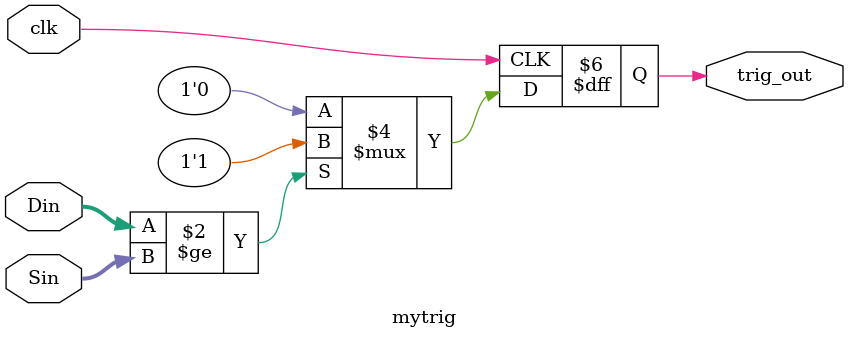
<source format=v>
module mytrig(clk,Din,Sin,trig_out);
input clk;
input [7:0] Din,Sin;
output trig_out;
reg trig_out;
always @(posedge clk)
begin
  if(Din>=Sin) trig_out <= 1'b1;
    else trig_out <=1'b0;

end


endmodule

</source>
